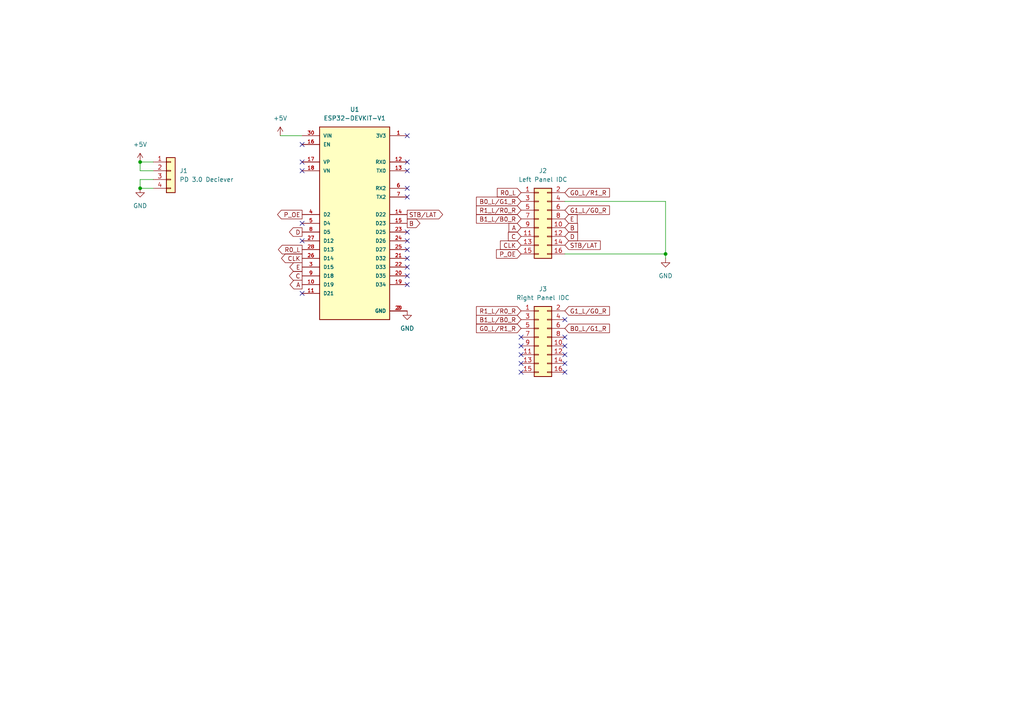
<source format=kicad_sch>
(kicad_sch (version 20211123) (generator eeschema)
  (paper "A4")
  (lib_symbols
    (symbol "Connector_Generic:Conn_01x04" (pin_names (offset 1.016) hide)
      (property "Reference" "J" (at 0 5.08 0))
      (property "Value" "Conn_01x04" (at 0 -7.62 0))
      (symbol "Conn_01x04_1_1"
        (rectangle (start -1.27 -4.953) (end 0 -5.207) (stroke (width 0.1524)))
        (rectangle (start -1.27 -2.413) (end 0 -2.667) (stroke (width 0.1524)))
        (rectangle (start -1.27 0.127) (end 0 -0.127) (stroke (width 0.1524)))
        (rectangle (start -1.27 2.667) (end 0 2.413) (stroke (width 0.1524)))
        (rectangle (start -1.27 3.81) (end 1.27 -6.35) (stroke (width 0.254)) (fill (type background)))
        (pin passive line (at -5.08 2.54 0) (length 3.81) (name "Pin_1") (number "1"))
        (pin passive line (at -5.08 0 0) (length 3.81) (name "Pin_2") (number "2"))
        (pin passive line (at -5.08 -2.54 0) (length 3.81) (name "Pin_3") (number "3"))
        (pin passive line (at -5.08 -5.08 0) (length 3.81) (name "Pin_4") (number "4"))
      )
    )
    (symbol "Connector_Generic:Conn_02x08_Odd_Even" (pin_names (offset 1.016) hide)
      (property "Reference" "J" (at 1.27 10.16 0))
      (property "Value" "Conn_02x08_Odd_Even" (at 1.27 -12.7 0))
      (symbol "Conn_02x08_Odd_Even_1_1"
        (rectangle (start -1.27 -10.033) (end 0 -10.287) (stroke (width 0.1524)))
        (rectangle (start -1.27 -7.493) (end 0 -7.747) (stroke (width 0.1524)))
        (rectangle (start -1.27 -4.953) (end 0 -5.207) (stroke (width 0.1524)))
        (rectangle (start -1.27 -2.413) (end 0 -2.667) (stroke (width 0.1524)))
        (rectangle (start -1.27 0.127) (end 0 -0.127) (stroke (width 0.1524)))
        (rectangle (start -1.27 2.667) (end 0 2.413) (stroke (width 0.1524)))
        (rectangle (start -1.27 5.207) (end 0 4.953) (stroke (width 0.1524)))
        (rectangle (start -1.27 7.747) (end 0 7.493) (stroke (width 0.1524)))
        (rectangle (start -1.27 8.89) (end 3.81 -11.43) (stroke (width 0.254)) (fill (type background)))
        (rectangle (start 3.81 -10.033) (end 2.54 -10.287) (stroke (width 0.1524)))
        (rectangle (start 3.81 -7.493) (end 2.54 -7.747) (stroke (width 0.1524)))
        (rectangle (start 3.81 -4.953) (end 2.54 -5.207) (stroke (width 0.1524)))
        (rectangle (start 3.81 -2.413) (end 2.54 -2.667) (stroke (width 0.1524)))
        (rectangle (start 3.81 0.127) (end 2.54 -0.127) (stroke (width 0.1524)))
        (rectangle (start 3.81 2.667) (end 2.54 2.413) (stroke (width 0.1524)))
        (rectangle (start 3.81 5.207) (end 2.54 4.953) (stroke (width 0.1524)))
        (rectangle (start 3.81 7.747) (end 2.54 7.493) (stroke (width 0.1524)))
        (pin passive line (at -5.08 7.62 0) (length 3.81) (name "Pin_1") (number "1"))
        (pin passive line (at 7.62 -2.54 180) (length 3.81) (name "Pin_10") (number "10"))
        (pin passive line (at -5.08 -5.08 0) (length 3.81) (name "Pin_11") (number "11"))
        (pin passive line (at 7.62 -5.08 180) (length 3.81) (name "Pin_12") (number "12"))
        (pin passive line (at -5.08 -7.62 0) (length 3.81) (name "Pin_13") (number "13"))
        (pin passive line (at 7.62 -7.62 180) (length 3.81) (name "Pin_14") (number "14"))
        (pin passive line (at -5.08 -10.16 0) (length 3.81) (name "Pin_15") (number "15"))
        (pin passive line (at 7.62 -10.16 180) (length 3.81) (name "Pin_16") (number "16"))
        (pin passive line (at 7.62 7.62 180) (length 3.81) (name "Pin_2") (number "2"))
        (pin passive line (at -5.08 5.08 0) (length 3.81) (name "Pin_3") (number "3"))
        (pin passive line (at 7.62 5.08 180) (length 3.81) (name "Pin_4") (number "4"))
        (pin passive line (at -5.08 2.54 0) (length 3.81) (name "Pin_5") (number "5"))
        (pin passive line (at 7.62 2.54 180) (length 3.81) (name "Pin_6") (number "6"))
        (pin passive line (at -5.08 0 0) (length 3.81) (name "Pin_7") (number "7"))
        (pin passive line (at 7.62 0 180) (length 3.81) (name "Pin_8") (number "8"))
        (pin passive line (at -5.08 -2.54 0) (length 3.81) (name "Pin_9") (number "9"))
      )
    )
    (symbol "ESP32 DEVKIT v1:ESP32-DEVKIT-V1" (pin_names (offset 1.016))
      (property "Reference" "U" (at -10.16 30.48 0))
      (property "Value" "ESP32-DEVKIT-V1" (at -10.16 -30.48 0))
      (symbol "ESP32-DEVKIT-V1_0_0"
        (rectangle (start -10.16 -27.94) (end 10.16 27.94) (stroke (width 0.254)) (fill (type background)))
        (pin output line (at 15.24 25.4 180) (length 5.08) (name "3V3") (number "1"))
        (pin bidirectional line (at -15.24 -17.78 0) (length 5.08) (name "D19") (number "10"))
        (pin bidirectional line (at -15.24 -20.32 0) (length 5.08) (name "D21") (number "11"))
        (pin input line (at 15.24 17.78 180) (length 5.08) (name "RX0") (number "12"))
        (pin output line (at 15.24 15.24 180) (length 5.08) (name "TX0") (number "13"))
        (pin bidirectional line (at 15.24 2.54 180) (length 5.08) (name "D22") (number "14"))
        (pin bidirectional line (at 15.24 0 180) (length 5.08) (name "D23") (number "15"))
        (pin input line (at -15.24 22.86 0) (length 5.08) (name "EN") (number "16"))
        (pin bidirectional line (at -15.24 17.78 0) (length 5.08) (name "VP") (number "17"))
        (pin bidirectional line (at -15.24 15.24 0) (length 5.08) (name "VN") (number "18"))
        (pin bidirectional line (at 15.24 -17.78 180) (length 5.08) (name "D34") (number "19"))
        (pin power_in line (at 15.24 -25.4 180) (length 5.08) (name "GND") (number "2"))
        (pin bidirectional line (at 15.24 -15.24 180) (length 5.08) (name "D35") (number "20"))
        (pin bidirectional line (at 15.24 -10.16 180) (length 5.08) (name "D32") (number "21"))
        (pin bidirectional line (at 15.24 -12.7 180) (length 5.08) (name "D33") (number "22"))
        (pin bidirectional line (at 15.24 -2.54 180) (length 5.08) (name "D25") (number "23"))
        (pin bidirectional line (at 15.24 -5.08 180) (length 5.08) (name "D26") (number "24"))
        (pin bidirectional line (at 15.24 -7.62 180) (length 5.08) (name "D27") (number "25"))
        (pin bidirectional line (at -15.24 -10.16 0) (length 5.08) (name "D14") (number "26"))
        (pin bidirectional line (at -15.24 -5.08 0) (length 5.08) (name "D12") (number "27"))
        (pin bidirectional line (at -15.24 -7.62 0) (length 5.08) (name "D13") (number "28"))
        (pin power_in line (at 15.24 -25.4 180) (length 5.08) (name "GND") (number "29"))
        (pin bidirectional line (at -15.24 -12.7 0) (length 5.08) (name "D15") (number "3"))
        (pin input line (at -15.24 25.4 0) (length 5.08) (name "VIN") (number "30"))
        (pin bidirectional line (at -15.24 2.54 0) (length 5.08) (name "D2") (number "4"))
        (pin bidirectional line (at -15.24 0 0) (length 5.08) (name "D4") (number "5"))
        (pin input line (at 15.24 10.16 180) (length 5.08) (name "RX2") (number "6"))
        (pin output line (at 15.24 7.62 180) (length 5.08) (name "TX2") (number "7"))
        (pin bidirectional line (at -15.24 -2.54 0) (length 5.08) (name "D5") (number "8"))
        (pin bidirectional line (at -15.24 -15.24 0) (length 5.08) (name "D18") (number "9"))
      )
    )
    (symbol "power:+5V" (power) (pin_names (offset 0))
      (property "Value" "+5V" (at 0 3.556 0))
      (symbol "+5V_0_1"
        (polyline (pts (xy -0.762 1.27) (xy 0 2.54)))
        (polyline (pts (xy 0 0) (xy 0 2.54)))
        (polyline (pts (xy 0 2.54) (xy 0.762 1.27)))
      )
      (symbol "+5V_1_1"
        (pin power_in line (at 0 0 90) (length 0) hide (name "+5V") (number "1"))
      )
    )
    (symbol "power:GND" (power) (pin_names (offset 0))
      (property "Value" "GND" (at 0 -3.81 0))
      (symbol "GND_0_1"
        (polyline (pts (xy 0 0) (xy 0 -1.27) (xy 1.27 -1.27) (xy 0 -2.54) (xy -1.27 -1.27) (xy 0 -1.27)))
      )
      (symbol "GND_1_1"
        (pin power_in line (at 0 0 270) (length 0) hide (name "GND") (number "1"))
      )
    )
  )
  (junction (at 40.64 46.99))
  (junction (at 40.64 54.61))
  (junction (at 193.04 73.66))
  (no_connect (at 87.63 41.91))
  (no_connect (at 87.63 46.99))
  (no_connect (at 87.63 49.53))
  (no_connect (at 118.11 39.37))
  (no_connect (at 118.11 54.61))
  (no_connect (at 118.11 46.99))
  (no_connect (at 118.11 49.53))
  (no_connect (at 87.63 85.09))
  (no_connect (at 87.63 64.77))
  (no_connect (at 87.63 69.85))
  (no_connect (at 118.11 67.31))
  (no_connect (at 118.11 57.15))
  (no_connect (at 118.11 69.85))
  (no_connect (at 118.11 72.39))
  (no_connect (at 118.11 74.93))
  (no_connect (at 118.11 77.47))
  (no_connect (at 118.11 80.01))
  (no_connect (at 118.11 82.55))
  (no_connect (at 163.83 92.71))
  (no_connect (at 163.83 97.79))
  (no_connect (at 163.83 100.33))
  (no_connect (at 163.83 102.87))
  (no_connect (at 163.83 105.41))
  (no_connect (at 163.83 107.95))
  (no_connect (at 151.13 107.95))
  (no_connect (at 151.13 97.79))
  (no_connect (at 151.13 100.33))
  (no_connect (at 151.13 102.87))
  (no_connect (at 151.13 105.41))
  (wire (pts (xy 40.64 52.07) (xy 40.64 54.61)))
  (wire (pts (xy 44.45 52.07) (xy 40.64 52.07)))
  (wire (pts (xy 163.83 58.42) (xy 193.04 58.42)))
  (wire (pts (xy 193.04 58.42) (xy 193.04 73.66)))
  (wire (pts (xy 40.64 54.61) (xy 44.45 54.61)))
  (wire (pts (xy 193.04 73.66) (xy 193.04 74.93)))
  (wire (pts (xy 44.45 49.53) (xy 40.64 49.53)))
  (wire (pts (xy 193.04 73.66) (xy 163.83 73.66)))
  (wire (pts (xy 81.28 39.37) (xy 87.63 39.37)))
  (wire (pts (xy 40.64 49.53) (xy 40.64 46.99)))
  (wire (pts (xy 40.64 46.99) (xy 44.45 46.99)))
  (global_label "B1_L{slash}B0_R" (shape input) (at 151.13 92.71 180) (property "Intersheet References" "${INTERSHEET_REFS}" (effects hide)))
  (global_label "R0_L" (shape output) (at 87.63 72.39 180) (property "Intersheet References" "${INTERSHEET_REFS}" (effects hide)))
  (global_label "C" (shape input) (at 151.13 68.58 180) (property "Intersheet References" "${INTERSHEET_REFS}" (effects hide)))
  (global_label "B" (shape output) (at 118.11 64.77 0) (property "Intersheet References" "${INTERSHEET_REFS}" (effects hide)))
  (global_label "A" (shape input) (at 151.13 66.04 180) (property "Intersheet References" "${INTERSHEET_REFS}" (effects hide)))
  (global_label "CLK" (shape output) (at 87.63 74.93 180) (property "Intersheet References" "${INTERSHEET_REFS}" (effects hide)))
  (global_label "R0_L" (shape input) (at 151.13 55.88 180) (property "Intersheet References" "${INTERSHEET_REFS}" (effects hide)))
  (global_label "A" (shape output) (at 87.63 82.55 180) (property "Intersheet References" "${INTERSHEET_REFS}" (effects hide)))
  (global_label "P_OE" (shape input) (at 151.13 73.66 180) (property "Intersheet References" "${INTERSHEET_REFS}" (effects hide)))
  (global_label "B" (shape input) (at 163.83 66.04 0) (property "Intersheet References" "${INTERSHEET_REFS}" (effects hide)))
  (global_label "G0_L{slash}R1_R" (shape input) (at 163.83 55.88 0) (property "Intersheet References" "${INTERSHEET_REFS}" (effects hide)))
  (global_label "D" (shape output) (at 87.63 67.31 180) (property "Intersheet References" "${INTERSHEET_REFS}" (effects hide)))
  (global_label "G0_L{slash}R1_R" (shape input) (at 151.13 95.25 180) (property "Intersheet References" "${INTERSHEET_REFS}" (effects hide)))
  (global_label "D" (shape input) (at 163.83 68.58 0) (property "Intersheet References" "${INTERSHEET_REFS}" (effects hide)))
  (global_label "CLK" (shape input) (at 151.13 71.12 180) (property "Intersheet References" "${INTERSHEET_REFS}" (effects hide)))
  (global_label "E" (shape output) (at 87.63 77.47 180) (property "Intersheet References" "${INTERSHEET_REFS}" (effects hide)))
  (global_label "B1_L{slash}B0_R" (shape input) (at 151.13 63.5 180) (property "Intersheet References" "${INTERSHEET_REFS}" (effects hide)))
  (global_label "STB{slash}LAT" (shape input) (at 163.83 71.12 0) (property "Intersheet References" "${INTERSHEET_REFS}" (effects hide)))
  (global_label "E" (shape input) (at 163.83 63.5 0) (property "Intersheet References" "${INTERSHEET_REFS}" (effects hide)))
  (global_label "STB{slash}LAT" (shape output) (at 118.11 62.23 0) (property "Intersheet References" "${INTERSHEET_REFS}" (effects hide)))
  (global_label "R1_L{slash}R0_R" (shape input) (at 151.13 90.17 180) (property "Intersheet References" "${INTERSHEET_REFS}" (effects hide)))
  (global_label "C" (shape output) (at 87.63 80.01 180) (property "Intersheet References" "${INTERSHEET_REFS}" (effects hide)))
  (global_label "R1_L{slash}R0_R" (shape input) (at 151.13 60.96 180) (property "Intersheet References" "${INTERSHEET_REFS}" (effects hide)))
  (global_label "G1_L{slash}G0_R" (shape input) (at 163.83 60.96 0) (property "Intersheet References" "${INTERSHEET_REFS}" (effects hide)))
  (global_label "B0_L{slash}G1_R" (shape input) (at 163.83 95.25 0) (property "Intersheet References" "${INTERSHEET_REFS}" (effects hide)))
  (global_label "P_OE" (shape output) (at 87.63 62.23 180) (property "Intersheet References" "${INTERSHEET_REFS}" (effects hide)))
  (global_label "B0_L{slash}G1_R" (shape input) (at 151.13 58.42 180) (property "Intersheet References" "${INTERSHEET_REFS}" (effects hide)))
  (global_label "G1_L{slash}G0_R" (shape input) (at 163.83 90.17 0) (property "Intersheet References" "${INTERSHEET_REFS}" (effects hide)))
  (symbol (lib_id "Connector_Generic:Conn_01x04") (at 49.53 49.53 0) (unit 1)
    (property "Reference" "J1" (at 52.07 49.5299 0) (effects (justify left)))
    (property "Value" "PD 3.0 Deciever" (at 52.07 52.0699 0) (effects (justify left)))
    (property "Footprint" "Connector_PinHeader_2.54mm:PinHeader_1x04_P2.54mm_Vertical" (effects hide))
  )
  (symbol (lib_id "power:GND") (at 118.11 90.17 0) (unit 1)
    (property "Reference" "#PWR04" (effects hide))
    (property "Value" "GND" (at 118.11 95.25 0))
  )
  (symbol (lib_id "Connector_Generic:Conn_02x08_Odd_Even") (at 156.21 97.79 0) (unit 1)
    (property "Reference" "J3" (at 157.48 83.82 0))
    (property "Value" "Right Panel IDC" (at 157.48 86.36 0))
    (property "Footprint" "Connector_IDC:IDC-Header_2x08_P2.54mm_Vertical" (effects hide))
  )
  (symbol (lib_id "Connector_Generic:Conn_02x08_Odd_Even") (at 156.21 63.5 0) (unit 1)
    (property "Reference" "J2" (at 157.48 49.53 0))
    (property "Value" "Left Panel IDC" (at 157.48 52.07 0))
    (property "Footprint" "Connector_IDC:IDC-Header_2x08_P2.54mm_Vertical" (effects hide))
  )
  (symbol (lib_id "ESP32 DEVKIT v1:ESP32-DEVKIT-V1") (at 102.87 64.77 0) (unit 1)
    (property "Reference" "U1" (at 102.87 31.75 0))
    (property "Value" "ESP32-DEVKIT-V1" (at 102.87 34.29 0))
    (property "Footprint" "ESP32 DEVKIT V1:MODULE_ESP32_DEVKIT_V1" (effects hide))
    (property "STANDARD" "Manufacturer Recommendations" (effects hide))
    (property "MAXIMUM_PACKAGE_HEIGHT" "6.8 mm" (effects hide))
    (property "PARTREV" "N/A" (effects hide))
    (property "MANUFACTURER" "DOIT" (effects hide))
  )
  (symbol (lib_id "power:+5V") (at 81.28 39.37 0) (unit 1)
    (property "Reference" "#PWR03" (effects hide))
    (property "Value" "+5V" (at 81.28 34.29 0))
  )
  (symbol (lib_id "power:GND") (at 193.04 74.93 0) (unit 1)
    (property "Reference" "#PWR0101" (effects hide))
    (property "Value" "GND" (at 193.04 80.01 0))
  )
  (symbol (lib_id "power:+5V") (at 40.64 46.99 0) (unit 1)
    (property "Reference" "#PWR01" (effects hide))
    (property "Value" "+5V" (at 40.64 41.91 0))
  )
  (symbol (lib_id "power:GND") (at 40.64 54.61 0) (unit 1)
    (property "Reference" "#PWR02" (effects hide))
    (property "Value" "GND" (at 40.64 59.69 0))
  )
)
</source>
